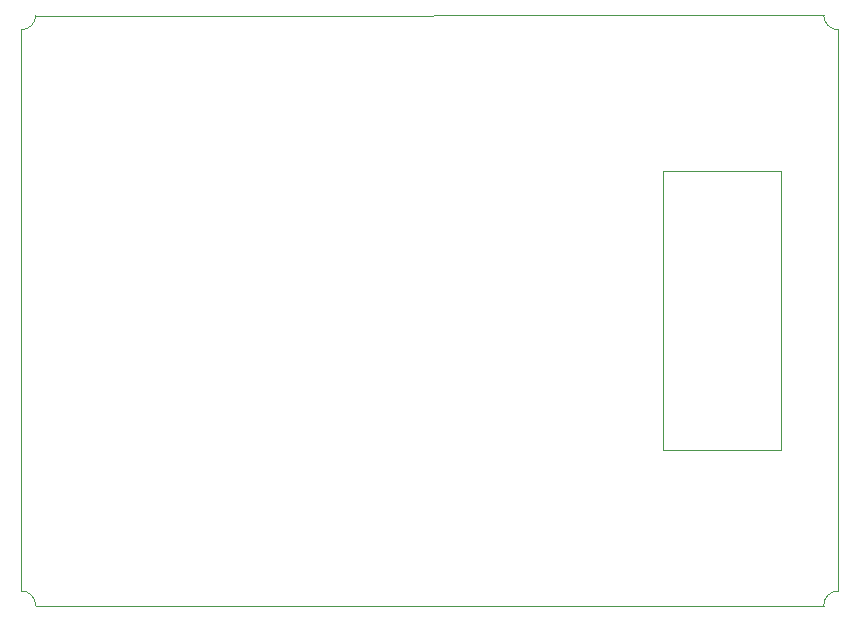
<source format=gm1>
%TF.GenerationSoftware,KiCad,Pcbnew,7.0.1*%
%TF.CreationDate,2023-05-13T16:18:37+01:00*%
%TF.ProjectId,UGR-22 Screen,5547522d-3232-4205-9363-7265656e2e6b,rev?*%
%TF.SameCoordinates,Original*%
%TF.FileFunction,Profile,NP*%
%FSLAX46Y46*%
G04 Gerber Fmt 4.6, Leading zero omitted, Abs format (unit mm)*
G04 Created by KiCad (PCBNEW 7.0.1) date 2023-05-13 16:18:37*
%MOMM*%
%LPD*%
G01*
G04 APERTURE LIST*
%TA.AperFunction,Profile*%
%ADD10C,0.100000*%
%TD*%
G04 APERTURE END LIST*
D10*
X79700000Y-118500999D02*
X79700000Y-166000000D01*
X147650000Y-117250000D02*
X80949999Y-117300000D01*
X147650000Y-117250000D02*
G75*
G03*
X148900000Y-118500000I1250000J0D01*
G01*
X148900000Y-166000000D02*
G75*
G03*
X147650000Y-167250000I0J-1250000D01*
G01*
X148900000Y-166000000D02*
X148900000Y-118500000D01*
X80950000Y-167250000D02*
G75*
G03*
X79700000Y-166000000I-1250000J0D01*
G01*
X80950000Y-167250000D02*
X147650000Y-167250000D01*
X79700000Y-118500998D02*
G75*
G03*
X80949998Y-117300000I0J1250998D01*
G01*
X134050000Y-130450000D02*
X144050000Y-130450000D01*
X144050000Y-154050000D01*
X134050000Y-154050000D01*
X134050000Y-130450000D01*
M02*

</source>
